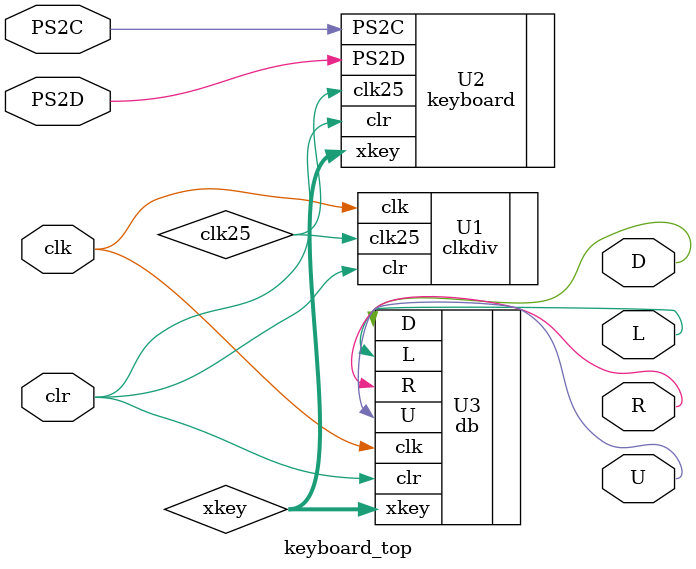
<source format=v>
`timescale 1ns / 1ps


module keyboard_top(
input wire clk ,
input wire PS2C ,
input wire PS2D ,
input wire  clr ,
output wire L,U,R,D
 );
wire  clk25;
wire [15:0] xkey;

clkdiv U1 (.clk(clk),
  .clr(clr), .clk25(clk25)
  );

keyboard U2 (.clk25(clk25),
  .clr(clr), .PS2C(PS2C), .PS2D(PS2D), .xkey(xkey)
);

db U3(
.clk(clk),
.clr(clr),
.xkey(xkey),
.L(L),
.R(R),
.D(D),
.U(U)
);


endmodule

</source>
